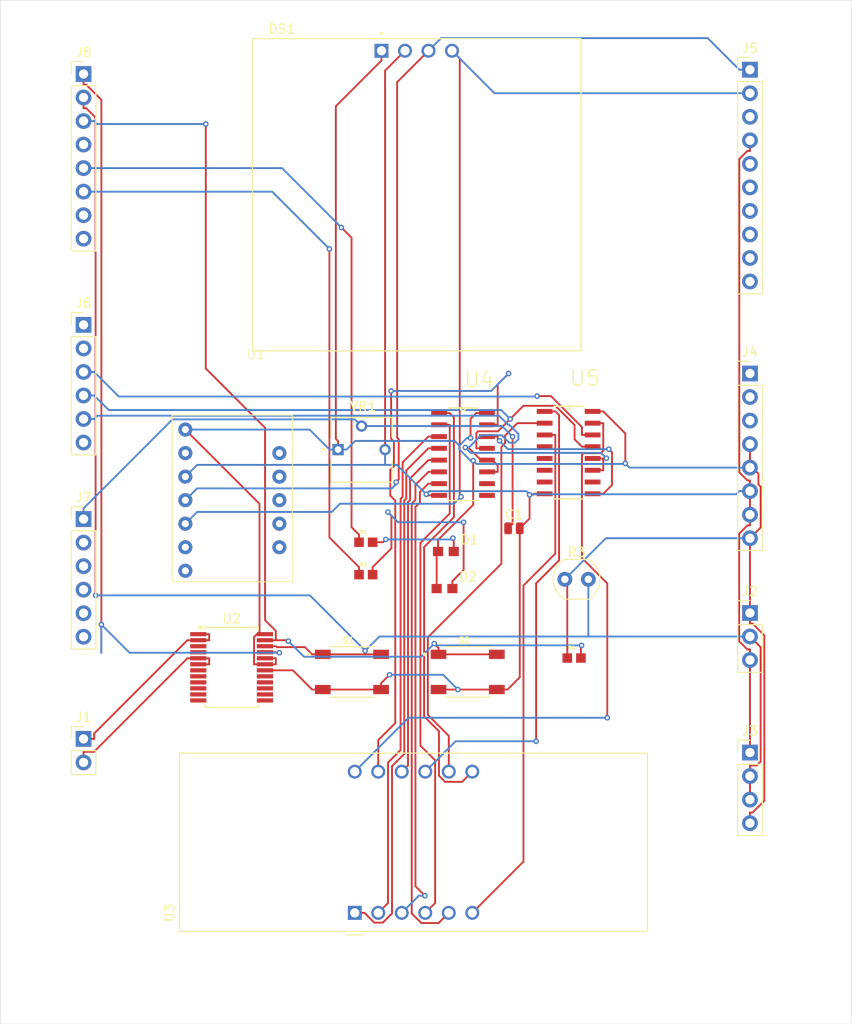
<source format=kicad_pcb>
(kicad_pcb (version 20241229) (generator "pcbnew") (generator_version "9.0")
  (layers (0 "F.Cu" signal) (2 "B.Cu" signal) (13 "F.Paste" user) (15 "B.Paste" user) (5 "F.SilkS" user "F.Silkscreen") (7 "B.SilkS" user "B.Silkscreen") (1 "F.Mask" user) (3 "B.Mask" user) (25 "Edge.Cuts" user))
  (net 0 "")
  (net 1 "PC0")
  (net 2 "GND")
  (net 3 "Net-(D1-Pad2)")
  (net 4 "3V3")
  (net 5 "Net-(D2-Pad2)")
  (net 6 "PC5")
  (net 7 "PC4")
  (net 8 "PD5")
  (net 9 "PD6")
  (net 10 "DCMOT1")
  (net 13 "DCMOT2")
  (net 15 "PD2")
  (net 21 "IOREF")
  (net 22 "Net-(U3-c)")
  (net 23 "Net-(U3-CC4)")
  (net 24 "Net-(U3-CC3)")
  (net 25 "Net-(U3-f)")
  (net 26 "Net-(U3-g)")
  (net 27 "Net-(U3-CC2)")
  (net 28 "Net-(U3-a)")
  (net 29 "Net-(U3-CC1)")
  (net 30 "Net-(U3-b)")
  (net 31 "Net-(U3-DPX)")
  (net 32 "Net-(U3-e)")
  (net 33 "Net-(U3-d)")
  (net 34 "PB5")
  (net 35 "PB4")
  (net 36 "Net-(U4-DS)")
  (net 41 "PB3")
  (net 46 "RESET")
  (net 64 "PD3")
  (net 66 "PD1")
  (footprint "LTST-C193TGKT-5A:0603" (layer "F.Cu") (at 129.15 83)
    (property "Reference" "D1")
    (property "Value" "LTST-C193TGKT-5A")
  )
  (footprint "74HC595D_118:SOIC127P600X175-16N" (layer "F.Cu") (at 131 72.5)
    (property "Reference" "U4")
    (property "Value" "74HC595D_118")
  )
  (footprint "Connector_PinHeader_2.54mm:PinHeader_1x03_P2.54mm_Vertical" (layer "F.Cu") (at 162 89.635)
    (property "Reference" "J2")
    (property "Value" "Conn_01x03_Pin")
  )
  (footprint "Connector_PinHeader_2.54mm:PinHeader_1x08_P2.54mm_Vertical" (layer "F.Cu") (at 162 63.785)
    (property "Reference" "J4")
    (property "Value" "Conn_01x08")
  )
  (footprint "RC0603JR-071KL:RESC1607X60N" (layer "F.Cu") (at 143 94.5)
    (property "Reference" "R4")
    (property "Value" "4.7k")
  )
  (footprint "OptoDevice:R_LDR_4.9x4.2mm_P2.54mm_Vertical" (layer "F.Cu") (at 142 86)
    (property "Reference" "R3")
    (property "Value" "4.7k")
  )
  (footprint "RC0603JR-071KL:RESC1607X60N" (layer "F.Cu") (at 120.5 85.5)
    (property "Reference" "R2")
    (property "Value" "RC0603JR-071KL")
  )
  (footprint "Connector_PinHeader_2.54mm:PinHeader_1x06_P2.54mm_Vertical" (layer "F.Cu") (at 90 79.5)
    (property "Reference" "J7")
    (property "Value" "Conn_01x06")
  )
  (footprint "LTST-C193TGKT-5A:0603" (layer "F.Cu") (at 129 87)
    (property "Reference" "D2")
    (property "Value" "LTST-C193TGKT-5A")
  )
  (footprint "Package_SO:SSOP-24_5.3x8.2mm_P0.65mm" (layer "F.Cu") (at 106 95.5)
    (property "Reference" "U2")
    (property "Value" "TB6612FNG")
  )
  (footprint "8-1437565-1:SW_8-1437565-1" (layer "F.Cu") (at 131.5 96)
    (property "Reference" "S2")
    (property "Value" "8-1437565-1")
  )
  (footprint "Connector_PinHeader_2.54mm:PinHeader_1x10_P2.54mm_Vertical" (layer "F.Cu") (at 162 31)
    (property "Reference" "J5")
    (property "Value" "Conn_01x10")
  )
  (footprint "Connector_PinHeader_2.54mm:PinHeader_1x06_P2.54mm_Vertical" (layer "F.Cu") (at 90 58.54)
    (property "Reference" "J6")
    (property "Value" "Conn_01x06")
  )
  (footprint "OLED_128X64_1.3_I2C:LCD_OLED_128X64_1.3_I2C" (layer "F.Cu") (at 126 44.5)
    (property "Reference" "DS1")
    (property "Value" "OLED_128X64_1.3_I2C")
  )
  (footprint "Capacitor_SMD:C_0504_1310Metric_Pad0.83x1.28mm_HandSolder" (layer "F.Cu") (at 136.5 80.5)
    (property "Reference" "C1")
    (property "Value" "1u")
  )
  (footprint "8-1437565-1:SW_8-1437565-1" (layer "F.Cu") (at 119 96)
    (property "Reference" "S1")
    (property "Value" "8-1437565-1")
  )
  (footprint "74HC595D_118:SOIC127P600X175-16N" (layer "F.Cu") (at 142.4092 72.325)
    (property "Reference" "U5")
    (property "Value" "74HC595D_118")
  )
  (footprint "Connector_PinHeader_2.54mm:PinHeader_1x08_P2.54mm_Vertical" (layer "F.Cu") (at 90 31.46)
    (property "Reference" "J8")
    (property "Value" "Conn_01x08")
  )
  (footprint "Connector_PinHeader_2.54mm:PinHeader_1x04_P2.54mm_Vertical" (layer "F.Cu") (at 162 104.7)
    (property "Reference" "J3")
    (property "Value" "Conn_01x04_Socket")
  )
  (footprint "RC0603JR-071KL:RESC1607X60N" (layer "F.Cu") (at 120.5 82)
    (property "Reference" "R1")
    (property "Value" "RC0603JR-071KL")
  )
  (footprint "Display_7Segment:CA56-12SRWA" (layer "F.Cu") (at 119.3 122 90)
    (property "Reference" "U3")
    (property "Value" "CC56-12SRWA")
  )
  (footprint "3362P_1_103LF:TRIM_3362P-1-103LF" (layer "F.Cu") (at 120.04 72)
    (property "Reference" "VR1")
    (property "Value" "10k")
  )
  (footprint "MODBMI160:MODBMI160" (layer "F.Cu") (at 108.62 62.22)
    (property "Reference" "U1")
    (property "Value" "~")
  )
  (footprint "Connector_PinHeader_2.54mm:PinHeader_1x02_P2.54mm_Vertical" (layer "F.Cu") (at 90 103.225)
    (property "Reference" "J1")
    (property "Value" "Conn_01x02_Pin")
  )
  (gr_line (start 81 23.5) (end 81 134) (stroke (width 0.05)) (layer "Edge.Cuts"))
  (gr_line (start 81 23.5) (end 173 23.5) (stroke (width 0.05)) (layer "Edge.Cuts"))
  (gr_line (start 173 23.5) (end 173 134) (stroke (width 0.05)) (layer "Edge.Cuts"))
  (gr_line (start 81 134) (end 173 134) (stroke (width 0.05)) (layer "Edge.Cuts"))
  (segment (start 135.8725 80.5) (end 136.3525 80.02) (width 0.2) (layer "F.Cu") (net 1))
  (segment (start 136.3525 80.02) (end 136.3525 70.6108) (width 0.2) (layer "F.Cu") (net 1))
  (via (at 136.3525 70.6108) (size 0.6) (drill 0.3) (layers "F.Cu" "B.Cu") (net 1))
  (segment (start 119.3215 68.7415) (end 120.04 69.46) (width 0.2) (layer "B.Cu") (net 1))
  (segment (start 136.3525 70.6108) (end 135.2017 69.46) (width 0.2) (layer "B.Cu") (net 1))
  (segment (start 90 79.5) (end 90 78.3483) (width 0.2) (layer "B.Cu") (net 1))
  (segment (start 135.2017 69.46) (end 120.04 69.46) (width 0.2) (layer "B.Cu") (net 1))
  (segment (start 90 78.3483) (end 99.6068 68.7415) (width 0.2) (layer "B.Cu") (net 1))
  (segment (start 99.6068 68.7415) (end 119.3215 68.7415) (width 0.2) (layer "B.Cu") (net 1))
  (segment (start 160.8483 74.4501) (end 161.7315 75.3333) (width 0.2) (layer "F.Cu") (net 2))
  (segment (start 162 79.025) (end 162 76.485) (width 0.2) (layer "F.Cu") (net 2))
  (segment (start 115.85 97.9) (end 114.6983 97.9) (width 0.2) (layer "F.Cu") (net 2))
  (segment (start 127.1485 76.945) (end 128.4092 76.945) (width 0.2) (layer "F.Cu") (net 2))
  (segment (start 137.1275 80.5) (end 138.1887 79.4388) (width 0.2) (layer "F.Cu") (net 2))
  (segment (start 161.7315 80.1767) (end 162 80.1767) (width 0.2) (layer "F.Cu") (net 2))
  (segment (start 128.35 97.9) (end 130.441 97.9) (width 0.2) (layer "F.Cu") (net 2))
  (segment (start 162 76.485) (end 162 75.3333) (width 0.2) (layer "F.Cu") (net 2))
  (segment (start 162 93.5633) (end 161.7121 93.5633) (width 0.2) (layer "F.Cu") (net 2))
  (segment (start 160.8375 81.0707) (end 161.7315 80.1767) (width 0.2) (layer "F.Cu") (net 2))
  (segment (start 127.0282 76.8247) (end 127.1485 76.945) (width 0.2) (layer "F.Cu") (net 2))
  (segment (start 162 104.7) (end 162 94.715) (width 0.2) (layer "F.Cu") (net 2))
  (segment (start 122.58 31.1) (end 122.58 72) (width 0.2) (layer "F.Cu") (net 2))
  (segment (start 162 94.715) (end 162 93.5633) (width 0.2) (layer "F.Cu") (net 2))
  (segment (start 123.0599 96.3026) (end 122.15 97.2125) (width 0.2) (layer "F.Cu") (net 2))
  (segment (start 137.1275 96.5742) (end 137.1275 80.5) (width 0.2) (layer "F.Cu") (net 2))
  (segment (start 115.85 97.9) (end 122.15 97.9) (width 0.2) (layer "F.Cu") (net 2))
  (segment (start 160.8375 92.6887) (end 160.8375 81.0707) (width 0.2) (layer "F.Cu") (net 2))
  (segment (start 134.65 97.9) (end 135.8017 97.9) (width 0.2) (layer "F.Cu") (net 2))
  (segment (start 162 79.025) (end 162 80.1767) (width 0.2) (layer "F.Cu") (net 2))
  (segment (start 138.1887 76.8786) (end 138.5572 76.8786) (width 0.2) (layer "F.Cu") (net 2))
  (segment (start 161.7121 93.5633) (end 160.8375 92.6887) (width 0.2) (layer "F.Cu") (net 2))
  (segment (start 124.73 28.95) (end 122.58 31.1) (width 0.2) (layer "F.Cu") (net 2))
  (segment (start 109.6 95.825) (end 112.6233 95.825) (width 0.2) (layer "F.Cu") (net 2))
  (segment (start 161.7315 75.3333) (end 162 75.3333) (width 0.2) (layer "F.Cu") (net 2))
  (segment (start 135.8017 97.9) (end 137.1275 96.5742) (width 0.2) (layer "F.Cu") (net 2))
  (segment (start 138.5572 76.8786) (end 138.6658 76.77) (width 0.2) (layer "F.Cu") (net 2))
  (segment (start 112.6233 95.825) (end 114.6983 97.9) (width 0.2) (layer "F.Cu") (net 2))
  (segment (start 162 39.7717) (end 161.712 39.7717) (width 0.2) (layer "F.Cu") (net 2))
  (segment (start 138.1887 79.4388) (end 138.1887 76.8786) (width 0.2) (layer "F.Cu") (net 2))
  (segment (start 161.712 39.7717) (end 160.8483 40.6354) (width 0.2) (layer "F.Cu") (net 2))
  (segment (start 134.65 97.9) (end 130.441 97.9) (width 0.2) (layer "F.Cu") (net 2))
  (segment (start 160.8483 40.6354) (end 160.8483 74.4501) (width 0.2) (layer "F.Cu") (net 2))
  (segment (start 139.8184 76.77) (end 138.6658 76.77) (width 0.2) (layer "F.Cu") (net 2))
  (segment (start 122.15 97.2125) (end 122.15 97.9) (width 0.2) (layer "F.Cu") (net 2))
  (segment (start 162 38.62) (end 162 39.7717) (width 0.2) (layer "F.Cu") (net 2))
  (via (at 127.0282 76.8247) (size 0.6) (drill 0.3) (layers "F.Cu" "B.Cu") (net 2))
  (via (at 138.1887 76.8786) (size 0.6) (drill 0.3) (layers "F.Cu" "B.Cu") (net 2))
  (via (at 130.441 97.9) (size 0.6) (drill 0.3) (layers "F.Cu" "B.Cu") (net 2))
  (via (at 123.0599 96.3026) (size 0.6) (drill 0.3) (layers "F.Cu" "B.Cu") (net 2))
  (segment (start 160.8483 76.485) (end 160.5086 76.8247) (width 0.2) (layer "B.Cu") (net 2))
  (segment (start 127.3653 76.4876) (end 127.0282 76.8247) (width 0.2) (layer "B.Cu") (net 2))
  (segment (start 123.0599 96.3026) (end 128.8436 96.3026) (width 0.2) (layer "B.Cu") (net 2))
  (segment (start 138.1887 76.8247) (end 138.1887 76.8786) (width 0.2) (layer "B.Cu") (net 2))
  (segment (start 102.27 73.65) (end 122.58 73.65) (width 0.2) (layer "B.Cu") (net 2))
  (segment (start 137.8516 76.4876) (end 127.3653 76.4876) (width 0.2) (layer "B.Cu") (net 2))
  (segment (start 160.5086 76.8247) (end 138.1887 76.8247) (width 0.2) (layer "B.Cu") (net 2))
  (segment (start 128.8436 96.3026) (end 130.441 97.9) (width 0.2) (layer "B.Cu") (net 2))
  (segment (start 101 74.92) (end 102.27 73.65) (width 0.2) (layer "B.Cu") (net 2))
  (segment (start 122.58 73.65) (end 122.58 72) (width 0.2) (layer "B.Cu") (net 2))
  (segment (start 122.58 73.65) (end 123.8535 73.65) (width 0.2) (layer "B.Cu") (net 2))
  (segment (start 162 76.485) (end 160.8483 76.485) (width 0.2) (layer "B.Cu") (net 2))
  (segment (start 123.8535 73.65) (end 127.0282 76.8247) (width 0.2) (layer "B.Cu") (net 2))
  (segment (start 138.1887 76.8247) (end 137.8516 76.4876) (width 0.2) (layer "B.Cu") (net 2))
  (segment (start 129.9072 81.5559) (end 130 81.6487) (width 0.2) (layer "F.Cu") (net 3))
  (segment (start 121.235 82) (end 122.3585 82) (width 0.2) (layer "F.Cu") (net 3))
  (segment (start 122.3585 82) (end 122.66 81.6985) (width 0.2) (layer "F.Cu") (net 3))
  (segment (start 130 81.6487) (end 130 83) (width 0.2) (layer "F.Cu") (net 3))
  (via (at 122.66 81.6985) (size 0.6) (drill 0.3) (layers "F.Cu" "B.Cu") (net 3))
  (via (at 129.9072 81.5559) (size 0.6) (drill 0.3) (layers "F.Cu" "B.Cu") (net 3))
  (segment (start 122.66 81.6985) (end 129.7646 81.6985) (width 0.2) (layer "B.Cu") (net 3))
  (segment (start 129.7646 81.6985) (end 129.9072 81.5559) (width 0.2) (layer "B.Cu") (net 3))
  (segment (start 132.1007 77.9551) (end 128.3 81.7558) (width 0.2) (layer "F.Cu") (net 4))
  (segment (start 162.288 90.7867) (end 162 90.7867) (width 0.2) (layer "F.Cu") (net 4))
  (segment (start 162 72.675) (end 162 73.686) (width 0.2) (layer "F.Cu") (net 4))
  (segment (start 162.2879 111.1683) (end 163.5534 109.9028) (width 0.2) (layer "F.Cu") (net 4))
  (segment (start 128.15 82.7491) (end 128.15 87) (width 0.2) (layer "F.Cu") (net 4))
  (segment (start 117.2578 70.8451) (end 117.5 71.0873) (width 0.2) (layer "F.Cu") (net 4))
  (segment (start 163.5534 92.0521) (end 162.288 90.7867) (width 0.2) (layer "F.Cu") (net 4))
  (segment (start 109.6 91.925) (end 109.0117 91.925) (width 0.2) (layer "F.Cu") (net 4))
  (segment (start 142.265 86.265) (end 142.265 93.6883) (width 0.2) (layer "F.Cu") (net 4))
  (segment (start 128.3 82.5991) (end 128.3 82.1983) (width 0.2) (layer "F.Cu") (net 4))
  (segment (start 162 112.32) (end 162 111.1683) (width 0.2) (layer "F.Cu") (net 4))
  (segment (start 110.1884 95.175) (end 109.6 95.175) (width 0.2) (layer "F.Cu") (net 4))
  (segment (start 131.8084 68.6848) (end 132.4382 68.055) (width 0.2) (layer "F.Cu") (net 4))
  (segment (start 110.1884 95.175) (end 110.7767 95.175) (width 0.2) (layer "F.Cu") (net 4))
  (segment (start 131.8084 70.7494) (end 131.8084 68.6848) (width 0.2) (layer "F.Cu") (net 4))
  (segment (start 117.5 72) (end 117.5 71.0873) (width 0.2) (layer "F.Cu") (net 4))
  (segment (start 162.9166 74.6026) (end 162.9166 75.7728) (width 0.2) (layer "F.Cu") (net 4))
  (segment (start 108.4233 92.225) (end 108.7233 91.925) (width 0.2) (layer "F.Cu") (net 4))
  (segment (start 110.7767 94.525) (end 110.7767 95.175) (width 0.2) (layer "F.Cu") (net 4))
  (segment (start 108.7233 91.925) (end 109.0117 91.925) (width 0.2) (layer "F.Cu") (net 4))
  (segment (start 128.3 82.5991) (end 128.15 82.7491) (width 0.2) (layer "F.Cu") (net 4))
  (segment (start 132.1007 73.1968) (end 132.1007 77.9551) (width 0.2) (layer "F.Cu") (net 4))
  (segment (start 128.3 83) (end 128.3 82.5991) (width 0.2) (layer "F.Cu") (net 4))
  (segment (start 162 89.635) (end 162 90.7867) (width 0.2) (layer "F.Cu") (net 4))
  (segment (start 163.1558 80.4092) (end 162 81.565) (width 0.2) (layer "F.Cu") (net 4))
  (segment (start 109.6 95.175) (end 108.4233 95.175) (width 0.2) (layer "F.Cu") (net 4))
  (segment (start 162 72.675) (end 162 71.405) (width 0.2) (layer "F.Cu") (net 4))
  (segment (start 108.4233 95.175) (end 108.4233 92.225) (width 0.2) (layer "F.Cu") (net 4))
  (segment (start 133.5908 68.055) (end 132.4382 68.055) (width 0.2) (layer "F.Cu") (net 4))
  (segment (start 148.5348 70.2622) (end 146.1526 67.88) (width 0.2) (layer "F.Cu") (net 4))
  (segment (start 128.3 81.7558) (end 128.3 82.1983) (width 0.2) (layer "F.Cu") (net 4))
  (segment (start 142 86) (end 142.265 86.265) (width 0.2) (layer "F.Cu") (net 4))
  (segment (start 162 111.1683) (end 162.2879 111.1683) (width 0.2) (layer "F.Cu") (net 4))
  (segment (start 162.9166 75.7728) (end 163.1558 76.012) (width 0.2) (layer "F.Cu") (net 4))
  (segment (start 109.0117 77.8517) (end 101 69.84) (width 0.2) (layer "F.Cu") (net 4))
  (segment (start 122.19 30.0057) (end 117.2578 34.9379) (width 0.2) (layer "F.Cu") (net 4))
  (segment (start 122.19 28.95) (end 122.19 30.0057) (width 0.2) (layer "F.Cu") (net 4))
  (segment (start 109.6 94.525) (end 110.7767 94.525) (width 0.2) (layer "F.Cu") (net 4))
  (segment (start 163.5534 109.9028) (end 163.5534 92.0521) (width 0.2) (layer "F.Cu") (net 4))
  (segment (start 148.5348 73.4939) (end 148.5348 70.2622) (width 0.2) (layer "F.Cu") (net 4))
  (segment (start 145 67.88) (end 146.1526 67.88) (width 0.2) (layer "F.Cu") (net 4))
  (segment (start 142.265 94.5) (end 142.265 93.6883) (width 0.2) (layer "F.Cu") (net 4))
  (segment (start 163.1558 76.012) (end 163.1558 80.4092) (width 0.2) (layer "F.Cu") (net 4))
  (segment (start 162 73.945) (end 162 72.675) (width 0.2) (layer "F.Cu") (net 4))
  (segment (start 109.0117 91.925) (end 109.0117 77.8517) (width 0.2) (layer "F.Cu") (net 4))
  (segment (start 162 73.686) (end 162.9166 74.6026) (width 0.2) (layer "F.Cu") (net 4))
  (segment (start 117.2578 34.9379) (end 117.2578 70.8451) (width 0.2) (layer "F.Cu") (net 4))
  (segment (start 162 81.565) (end 162 89.635) (width 0.2) (layer "F.Cu") (net 4))
  (via (at 131.8084 70.7494) (size 0.6) (drill 0.3) (layers "F.Cu" "B.Cu") (net 4))
  (via (at 148.5348 73.4939) (size 0.6) (drill 0.3) (layers "F.Cu" "B.Cu") (net 4))
  (via (at 132.1007 73.1968) (size 0.6) (drill 0.3) (layers "F.Cu" "B.Cu") (net 4))
  (segment (start 117.0437 72) (end 117.5 72) (width 0.2) (layer "B.Cu") (net 4))
  (segment (start 130.5987 71.9765) (end 130.5987 71.5619) (width 0.2) (layer "B.Cu") (net 4))
  (segment (start 130.5987 71.5619) (end 131.4112 70.7494) (width 0.2) (layer "B.Cu") (net 4))
  (segment (start 130.0991 71.0623) (end 130.5987 71.5619) (width 0.2) (layer "B.Cu") (net 4))
  (segment (start 131.4112 70.7494) (end 131.8084 70.7494) (width 0.2) (layer "B.Cu") (net 4))
  (segment (start 132.4536 73.5497) (end 148.479 73.5497) (width 0.2) (layer "B.Cu") (net 4))
  (segment (start 162 73.945) (end 148.9859 73.945) (width 0.2) (layer "B.Cu") (net 4))
  (segment (start 116.5873 72) (end 114.4273 69.84) (width 0.2) (layer "B.Cu") (net 4))
  (segment (start 146.435 81.565) (end 142 86) (width 0.2) (layer "B.Cu") (net 4))
  (segment (start 117.0437 72) (end 116.5873 72) (width 0.2) (layer "B.Cu") (net 4))
  (segment (start 117.5 72) (end 118.4127 72) (width 0.2) (layer "B.Cu") (net 4))
  (segment (start 162 81.565) (end 146.435 81.565) (width 0.2) (layer "B.Cu") (net 4))
  (segment (start 131.819 73.1968) (end 130.5987 71.9765) (width 0.2) (layer "B.Cu") (net 4))
  (segment (start 132.1007 73.1968) (end 131.819 73.1968) (width 0.2) (layer "B.Cu") (net 4))
  (segment (start 118.4127 72) (end 119.3504 71.0623) (width 0.2) (layer "B.Cu") (net 4))
  (segment (start 148.479 73.5497) (end 148.5348 73.4939) (width 0.2) (layer "B.Cu") (net 4))
  (segment (start 148.9859 73.945) (end 148.5348 73.4939) (width 0.2) (layer "B.Cu") (net 4))
  (segment (start 132.1007 73.1968) (end 132.4536 73.5497) (width 0.2) (layer "B.Cu") (net 4))
  (segment (start 114.4273 69.84) (end 101 69.84) (width 0.2) (layer "B.Cu") (net 4))
  (segment (start 119.3504 71.0623) (end 130.0991 71.0623) (width 0.2) (layer "B.Cu") (net 4))
  (segment (start 131.0611 84.9872) (end 131.0611 79.8455) (width 0.2) (layer "F.Cu") (net 5))
  (segment (start 121.235 85.5) (end 121.235 84.6883) (width 0.2) (layer "F.Cu") (net 5))
  (segment (start 129.85 87) (end 129.85 86.1983) (width 0.2) (layer "F.Cu") (net 5))
  (segment (start 123.2618 79.1273) (end 123.2618 82.6615) (width 0.2) (layer "F.Cu") (net 5))
  (segment (start 129.85 86.1983) (end 131.0611 84.9872) (width 0.2) (layer "F.Cu") (net 5))
  (segment (start 123.2618 82.6615) (end 121.235 84.6883) (width 0.2) (layer "F.Cu") (net 5))
  (segment (start 122.8843 78.7498) (end 123.2618 79.1273) (width 0.2) (layer "F.Cu") (net 5))
  (via (at 122.8843 78.7498) (size 0.6) (drill 0.3) (layers "F.Cu" "B.Cu") (net 5))
  (via (at 131.0611 79.8455) (size 0.6) (drill 0.3) (layers "F.Cu" "B.Cu") (net 5))
  (segment (start 123.98 79.8455) (end 122.8843 78.7498) (width 0.2) (layer "B.Cu") (net 5))
  (segment (start 131.0611 79.8455) (end 123.98 79.8455) (width 0.2) (layer "B.Cu") (net 5))
  (segment (start 124.0509 70.8871) (end 123.8846 70.7208) (width 0.2) (layer "F.Cu") (net 6))
  (segment (start 123.7737 75.5153) (end 124.0509 75.2381) (width 0.2) (layer "F.Cu") (net 6))
  (segment (start 123.7737 75.5153) (end 123.7721 75.5153) (width 0.2) (layer "F.Cu") (net 6))
  (segment (start 123.8846 32.3354) (end 127.27 28.95) (width 0.2) (layer "F.Cu") (net 6))
  (segment (start 123.8846 70.7208) (end 123.8846 32.3354) (width 0.2) (layer "F.Cu") (net 6))
  (segment (start 124.0509 70.8871) (end 123.8846 70.7208) (width 0.2) (layer "F.Cu") (net 6))
  (segment (start 124.0509 75.2381) (end 124.0509 70.8871) (width 0.2) (layer "F.Cu") (net 6))
  (via (at 123.7737 75.5153) (size 0.6) (drill 0.3) (layers "F.Cu" "B.Cu") (net 6))
  (segment (start 123.3112 76.19) (end 102.27 76.19) (width 0.2) (layer "B.Cu") (net 6))
  (segment (start 127.27 28.95) (end 128.6291 27.5909) (width 0.2) (layer "B.Cu") (net 6))
  (segment (start 102.27 76.19) (end 101 77.46) (width 0.2) (layer "B.Cu") (net 6))
  (segment (start 123.8846 75.6166) (end 123.3112 76.19) (width 0.2) (layer "B.Cu") (net 6))
  (segment (start 128.6291 27.5909) (end 157.4392 27.5909) (width 0.2) (layer "B.Cu") (net 6))
  (segment (start 123.7833 75.5153) (end 123.7721 75.5153) (width 0.2) (layer "B.Cu") (net 6))
  (segment (start 123.8846 75.6166) (end 123.7833 75.5153) (width 0.2) (layer "B.Cu") (net 6))
  (segment (start 162 31) (end 160.8483 31) (width 0.2) (layer "B.Cu") (net 6))
  (segment (start 157.4392 27.5909) (end 160.8483 31) (width 0.2) (layer "B.Cu") (net 6))
  (segment (start 123.7721 75.5153) (end 123.7737 75.5153) (width 0.2) (layer "B.Cu") (net 6))
  (segment (start 129.81 28.95) (end 130.6449 29.7849) (width 0.2) (layer "F.Cu") (net 7))
  (segment (start 130.6449 29.7849) (end 130.6449 76.9455) (width 0.2) (layer "F.Cu") (net 7))
  (segment (start 130.6449 76.9455) (end 130.7887 77.0893) (width 0.2) (layer "F.Cu") (net 7))
  (via (at 130.7887 77.0893) (size 0.6) (drill 0.3) (layers "F.Cu" "B.Cu") (net 7))
  (segment (start 129.81 28.95) (end 134.4 33.54) (width 0.2) (layer "B.Cu") (net 7))
  (segment (start 134.4 33.54) (end 162 33.54) (width 0.2) (layer "B.Cu") (net 7))
  (segment (start 117.7131 77.8426) (end 116.8257 78.73) (width 0.2) (layer "B.Cu") (net 7))
  (segment (start 130.7887 77.0893) (end 130.0354 77.8426) (width 0.2) (layer "B.Cu") (net 7))
  (segment (start 130.0354 77.8426) (end 117.7131 77.8426) (width 0.2) (layer "B.Cu") (net 7))
  (segment (start 102.27 78.73) (end 101 80) (width 0.2) (layer "B.Cu") (net 7))
  (segment (start 116.8257 78.73) (end 102.27 78.73) (width 0.2) (layer "B.Cu") (net 7))
  (segment (start 117.8595 48.0328) (end 118.9533 49.1266) (width 0.2) (layer "F.Cu") (net 8))
  (segment (start 118.9533 49.1266) (end 118.9533 80.3766) (width 0.2) (layer "F.Cu") (net 8))
  (segment (start 119.765 82) (end 119.765 81.1883) (width 0.2) (layer "F.Cu") (net 8))
  (segment (start 118.9533 80.3766) (end 119.765 81.1883) (width 0.2) (layer "F.Cu") (net 8))
  (via (at 117.8595 48.0328) (size 0.6) (drill 0.3) (layers "F.Cu" "B.Cu") (net 8))
  (segment (start 90 41.62) (end 111.4467 41.62) (width 0.2) (layer "B.Cu") (net 8))
  (segment (start 111.4467 41.62) (end 117.8595 48.0328) (width 0.2) (layer "B.Cu") (net 8))
  (segment (start 119.765 85.5) (end 119.765 84.6883) (width 0.2) (layer "F.Cu") (net 9))
  (segment (start 116.5643 81.4876) (end 116.5643 50.344) (width 0.2) (layer "F.Cu") (net 9))
  (segment (start 119.765 84.6883) (end 116.5643 81.4876) (width 0.2) (layer "F.Cu") (net 9))
  (via (at 116.5643 50.344) (size 0.6) (drill 0.3) (layers "F.Cu" "B.Cu") (net 9))
  (segment (start 90 44.16) (end 110.3803 44.16) (width 0.2) (layer "B.Cu") (net 9))
  (segment (start 110.3803 44.16) (end 116.5643 50.344) (width 0.2) (layer "B.Cu") (net 9))
  (segment (start 103.5767 92.575) (end 103.5767 91.925) (width 0.2) (layer "F.Cu") (net 10))
  (segment (start 102.4 92.575) (end 103.5767 92.575) (width 0.2) (layer "F.Cu") (net 10))
  (segment (start 91.1517 103.225) (end 91.1517 102.6466) (width 0.2) (layer "F.Cu") (net 10))
  (segment (start 90 103.225) (end 91.1517 103.225) (width 0.2) (layer "F.Cu") (net 10))
  (segment (start 102.4 92.575) (end 101.2233 92.575) (width 0.2) (layer "F.Cu") (net 10))
  (segment (start 91.1517 102.6466) (end 101.2233 92.575) (width 0.2) (layer "F.Cu") (net 10))
  (segment (start 102.4 91.925) (end 103.5767 91.925) (width 0.2) (layer "F.Cu") (net 10))
  (segment (start 90 105.765) (end 90 104.6133) (width 0.2) (layer "F.Cu") (net 13))
  (segment (start 103.5767 94.525) (end 103.5767 95.175) (width 0.2) (layer "F.Cu") (net 13))
  (segment (start 101.2233 94.525) (end 91.135 104.6133) (width 0.2) (layer "F.Cu") (net 13))
  (segment (start 102.4 94.525) (end 101.2233 94.525) (width 0.2) (layer "F.Cu") (net 13))
  (segment (start 102.4 95.175) (end 103.5767 95.175) (width 0.2) (layer "F.Cu") (net 13))
  (segment (start 102.4 94.525) (end 103.5767 94.525) (width 0.2) (layer "F.Cu") (net 13))
  (segment (start 91.135 104.6133) (end 90 104.6133) (width 0.2) (layer "F.Cu") (net 13))
  (segment (start 162.7384 106.0883) (end 162 106.0883) (width 0.2) (layer "F.Cu") (net 15))
  (segment (start 162 107.24) (end 162 106.0883) (width 0.2) (layer "F.Cu") (net 15))
  (segment (start 163.1517 105.675) (end 162.7384 106.0883) (width 0.2) (layer "F.Cu") (net 15))
  (segment (start 163.1517 93.3267) (end 163.1517 105.675) (width 0.2) (layer "F.Cu") (net 15))
  (segment (start 120.4323 94.1) (end 115.85 94.1) (width 0.2) (layer "F.Cu") (net 15))
  (segment (start 109.6 93.225) (end 110.7767 93.225) (width 0.2) (layer "F.Cu") (net 15))
  (segment (start 114.6983 94.1) (end 113.9215 93.3232) (width 0.2) (layer "F.Cu") (net 15))
  (segment (start 115.85 94.1) (end 114.6983 94.1) (width 0.2) (layer "F.Cu") (net 15))
  (segment (start 162 92.175) (end 163.1517 93.3267) (width 0.2) (layer "F.Cu") (net 15))
  (segment (start 122.15 94.1) (end 120.4323 94.1) (width 0.2) (layer "F.Cu") (net 15))
  (segment (start 90.288 35.1517) (end 91.3016 36.1653) (width 0.2) (layer "F.Cu") (net 15))
  (segment (start 120.4323 93.7093) (end 120.4323 94.1) (width 0.2) (layer "F.Cu") (net 15))
  (segment (start 90 34) (end 90 35.1517) (width 0.2) (layer "F.Cu") (net 15))
  (segment (start 91.3016 36.1653) (end 91.3016 87.7351) (width 0.2) (layer "F.Cu") (net 15))
  (segment (start 90 35.1517) (end 90.288 35.1517) (width 0.2) (layer "F.Cu") (net 15))
  (segment (start 162 109.78) (end 162 107.24) (width 0.2) (layer "F.Cu") (net 15))
  (segment (start 113.9215 93.3232) (end 110.8749 93.3232) (width 0.2) (layer "F.Cu") (net 15))
  (segment (start 110.8749 93.3232) (end 110.7767 93.225) (width 0.2) (layer "F.Cu") (net 15))
  (via (at 120.4323 93.7093) (size 0.6) (drill 0.3) (layers "F.Cu" "B.Cu") (net 15))
  (via (at 91.3016 87.7351) (size 0.6) (drill 0.3) (layers "F.Cu" "B.Cu") (net 15))
  (segment (start 144.54 92.175) (end 121.9666 92.175) (width 0.2) (layer "B.Cu") (net 15))
  (segment (start 162 92.175) (end 144.54 92.175) (width 0.2) (layer "B.Cu") (net 15))
  (segment (start 144.54 92.175) (end 144.54 86) (width 0.2) (layer "B.Cu") (net 15))
  (segment (start 121.9666 92.175) (end 120.4323 93.7093) (width 0.2) (layer "B.Cu") (net 15))
  (segment (start 91.3016 87.7351) (end 114.4581 87.7351) (width 0.2) (layer "B.Cu") (net 15))
  (segment (start 114.4581 87.7351) (end 120.4323 93.7093) (width 0.2) (layer "B.Cu") (net 15))
  (segment (start 129.5618 69.325) (end 129.5618 78.9005) (width 0.2) (layer "F.Cu") (net 22))
  (segment (start 126.3949 82.0674) (end 126.3949 103.9497) (width 0.2) (layer "F.Cu") (net 22))
  (segment (start 128.4092 69.325) (end 129.5618 69.325) (width 0.2) (layer "F.Cu") (net 22))
  (segment (start 129.5618 78.9005) (end 126.3949 82.0674) (width 0.2) (layer "F.Cu") (net 22))
  (segment (start 127.9885 120.9315) (end 126.92 122) (width 0.2) (layer "F.Cu") (net 22))
  (segment (start 127.9885 105.5433) (end 127.9885 120.9315) (width 0.2) (layer "F.Cu") (net 22))
  (segment (start 126.3949 103.9497) (end 127.9885 105.5433) (width 0.2) (layer "F.Cu") (net 22))
  (segment (start 140.971 83.2261) (end 140.971 70.42) (width 0.2) (layer "F.Cu") (net 23))
  (segment (start 132 122) (end 137.5292 116.4708) (width 0.2) (layer "F.Cu") (net 23))
  (segment (start 137.5292 116.4708) (end 137.5292 86.6679) (width 0.2) (layer "F.Cu") (net 23))
  (segment (start 139.8184 70.42) (end 140.971 70.42) (width 0.2) (layer "F.Cu") (net 23))
  (segment (start 137.5292 86.6679) (end 140.971 83.2261) (width 0.2) (layer "F.Cu") (net 23))
  (segment (start 129.46 102.8952) (end 127.1983 100.6335) (width 0.2) (layer "F.Cu") (net 24))
  (segment (start 127.1983 92.2621) (end 135.1451 84.3153) (width 0.2) (layer "F.Cu") (net 24))
  (segment (start 135.546 71.3039) (end 135.546 70.4798) (width 0.2) (layer "F.Cu") (net 24))
  (segment (start 127.1983 100.6335) (end 127.1983 92.2621) (width 0.2) (layer "F.Cu") (net 24))
  (segment (start 129.46 106.76) (end 129.46 102.8952) (width 0.2) (layer "F.Cu") (net 24))
  (segment (start 135.1451 84.3153) (end 135.1451 71.7048) (width 0.2) (layer "F.Cu") (net 24))
  (segment (start 136.8758 69.15) (end 139.8184 69.15) (width 0.2) (layer "F.Cu") (net 24))
  (segment (start 135.1451 71.7048) (end 135.546 71.3039) (width 0.2) (layer "F.Cu") (net 24))
  (segment (start 135.546 70.4798) (end 136.8758 69.15) (width 0.2) (layer "F.Cu") (net 24))
  (segment (start 125.0556 106.0844) (end 124.38 106.76) (width 0.2) (layer "F.Cu") (net 25))
  (segment (start 125.0556 77.6595) (end 125.0556 106.0844) (width 0.2) (layer "F.Cu") (net 25))
  (segment (start 128.4092 73.135) (end 127.2566 73.135) (width 0.2) (layer "F.Cu") (net 25))
  (segment (start 125.276 77.4391) (end 125.0556 77.6595) (width 0.2) (layer "F.Cu") (net 25))
  (segment (start 127.2566 73.135) (end 125.276 75.1156) (width 0.2) (layer "F.Cu") (net 25))
  (segment (start 125.276 75.1156) (end 125.276 77.4391) (width 0.2) (layer "F.Cu") (net 25))
  (segment (start 125.8575 77.4256) (end 125.4573 77.8258) (width 0.2) (layer "F.Cu") (net 26))
  (segment (start 125.8575 75.8041) (end 125.8575 77.4256) (width 0.2) (layer "F.Cu") (net 26))
  (segment (start 125.4573 122.0653) (end 126.4912 123.0992) (width 0.2) (layer "F.Cu") (net 26))
  (segment (start 126.4912 123.0992) (end 128.3608 123.0992) (width 0.2) (layer "F.Cu") (net 26))
  (segment (start 125.4573 77.8258) (end 125.4573 122.0653) (width 0.2) (layer "F.Cu") (net 26))
  (segment (start 128.3608 123.0992) (end 129.46 122) (width 0.2) (layer "F.Cu") (net 26))
  (segment (start 128.4092 74.405) (end 127.2566 74.405) (width 0.2) (layer "F.Cu") (net 26))
  (segment (start 127.2566 74.405) (end 125.8575 75.8041) (width 0.2) (layer "F.Cu") (net 26))
  (segment (start 141.3766 68.2856) (end 141.3766 83.9544) (width 0.2) (layer "F.Cu") (net 27))
  (segment (start 141.3766 83.9544) (end 138.8969 86.4341) (width 0.2) (layer "F.Cu") (net 27))
  (segment (start 138.8969 86.4341) (end 138.8969 103.483) (width 0.2) (layer "F.Cu") (net 27))
  (segment (start 139.8184 67.88) (end 140.971 67.88) (width 0.2) (layer "F.Cu") (net 27))
  (segment (start 140.971 67.88) (end 141.3766 68.2856) (width 0.2) (layer "F.Cu") (net 27))
  (via (at 138.8969 103.483) (size 0.6) (drill 0.3) (layers "F.Cu" "B.Cu") (net 27))
  (segment (start 130.197 103.483) (end 126.92 106.76) (width 0.2) (layer "B.Cu") (net 27))
  (segment (start 138.8969 103.483) (end 130.197 103.483) (width 0.2) (layer "B.Cu") (net 27))
  (segment (start 123.681 101.5191) (end 123.681 77.5042) (width 0.2) (layer "F.Cu") (net 28))
  (segment (start 121.84 103.3601) (end 123.681 101.5191) (width 0.2) (layer "F.Cu") (net 28))
  (segment (start 121.84 106.76) (end 121.84 103.3601) (width 0.2) (layer "F.Cu") (net 28))
  (segment (start 134.7434 64.9696) (end 134.7434 69.325) (width 0.2) (layer "F.Cu") (net 28))
  (segment (start 123.1411 76.9643) (end 123.1411 74.1817) (width 0.2) (layer "F.Cu") (net 28))
  (segment (start 135.9227 63.7903) (end 134.7434 64.9696) (width 0.2) (layer "F.Cu") (net 28))
  (segment (start 123.5344 73.7884) (end 123.5344 71.1388) (width 0.2) (layer "F.Cu") (net 28))
  (segment (start 133.5908 69.325) (end 134.7434 69.325) (width 0.2) (layer "F.Cu") (net 28))
  (segment (start 123.681 77.5042) (end 123.1411 76.9643) (width 0.2) (layer "F.Cu") (net 28))
  (segment (start 123.1411 74.1817) (end 123.5344 73.7884) (width 0.2) (layer "F.Cu") (net 28))
  (segment (start 123.2323 70.8367) (end 123.2323 65.6731) (width 0.2) (layer "F.Cu") (net 28))
  (segment (start 123.5344 71.1388) (end 123.2323 70.8367) (width 0.2) (layer "F.Cu") (net 28))
  (via (at 123.2323 65.6731) (size 0.6) (drill 0.3) (layers "F.Cu" "B.Cu") (net 28))
  (via (at 135.9227 63.7903) (size 0.6) (drill 0.3) (layers "F.Cu" "B.Cu") (net 28))
  (segment (start 134.0399 65.6731) (end 135.9227 63.7903) (width 0.2) (layer "B.Cu") (net 28))
  (segment (start 123.2323 65.6731) (end 134.0399 65.6731) (width 0.2) (layer "B.Cu") (net 28))
  (segment (start 145.8861 72.3916) (end 146.1526 72.1251) (width 0.2) (layer "F.Cu") (net 29))
  (segment (start 146.5878 100.9425) (end 146.5878 86.4459) (width 0.2) (layer "F.Cu") (net 29))
  (segment (start 143.8474 72.5541) (end 144.0099 72.3916) (width 0.2) (layer "F.Cu") (net 29))
  (segment (start 146.1526 72.1251) (end 146.1526 69.15) (width 0.2) (layer "F.Cu") (net 29))
  (segment (start 143.8474 83.7055) (end 143.8474 72.5541) (width 0.2) (layer "F.Cu") (net 29))
  (segment (start 145 69.15) (end 146.1526 69.15) (width 0.2) (layer "F.Cu") (net 29))
  (segment (start 144.0099 72.3916) (end 145.8861 72.3916) (width 0.2) (layer "F.Cu") (net 29))
  (segment (start 146.5878 86.4459) (end 143.8474 83.7055) (width 0.2) (layer "F.Cu") (net 29))
  (via (at 146.5878 100.9425) (size 0.6) (drill 0.3) (layers "F.Cu" "B.Cu") (net 29))
  (segment (start 119.3 106.76) (end 125.1175 100.9425) (width 0.2) (layer "B.Cu") (net 29))
  (segment (start 125.1175 100.9425) (end 146.5878 100.9425) (width 0.2) (layer "B.Cu") (net 29))
  (segment (start 128.4092 68.055) (end 129.5618 68.055) (width 0.2) (layer "F.Cu") (net 30))
  (segment (start 132 106.76) (end 130.9006 107.8594) (width 0.2) (layer "F.Cu") (net 30))
  (segment (start 129.061 107.8594) (end 128.4 107.1984) (width 0.2) (layer "F.Cu") (net 30))
  (segment (start 126.7966 82.5165) (end 130.0159 79.2972) (width 0.2) (layer "F.Cu") (net 30))
  (segment (start 130.9006 107.8594) (end 129.061 107.8594) (width 0.2) (layer "F.Cu") (net 30))
  (segment (start 128.4 102.4033) (end 126.7966 100.7999) (width 0.2) (layer "F.Cu") (net 30))
  (segment (start 126.7966 100.7999) (end 126.7966 82.5165) (width 0.2) (layer "F.Cu") (net 30))
  (segment (start 130.0159 79.2972) (end 130.0159 68.5091) (width 0.2) (layer "F.Cu") (net 30))
  (segment (start 128.4 107.1984) (end 128.4 102.4033) (width 0.2) (layer "F.Cu") (net 30))
  (segment (start 130.0159 68.5091) (end 129.5618 68.055) (width 0.2) (layer "F.Cu") (net 30))
  (segment (start 125.859 78.1923) (end 126.3454 77.7059) (width 0.2) (layer "F.Cu") (net 31))
  (segment (start 126.3454 76.5862) (end 127.2566 75.675) (width 0.2) (layer "F.Cu") (net 31))
  (segment (start 126.8788 120.1503) (end 125.859 119.1305) (width 0.2) (layer "F.Cu") (net 31))
  (segment (start 126.3454 77.7059) (end 126.3454 76.5862) (width 0.2) (layer "F.Cu") (net 31))
  (segment (start 128.4092 75.675) (end 127.2566 75.675) (width 0.2) (layer "F.Cu") (net 31))
  (segment (start 125.859 119.1305) (end 125.859 78.1923) (width 0.2) (layer "F.Cu") (net 31))
  (via (at 126.8788 120.1503) (size 0.6) (drill 0.3) (layers "F.Cu" "B.Cu") (net 31))
  (segment (start 126.2297 120.1503) (end 126.8788 120.1503) (width 0.2) (layer "B.Cu") (net 31))
  (segment (start 124.38 122) (end 126.2297 120.1503) (width 0.2) (layer "B.Cu") (net 31))
  (segment (start 123.3283 122.0604) (end 122.3363 123.0524) (width 0.2) (layer "F.Cu") (net 32))
  (segment (start 124.8728 77.2743) (end 124.6539 77.4932) (width 0.2) (layer "F.Cu") (net 32))
  (segment (start 119.3 122) (end 120.3517 122) (width 0.2) (layer "F.Cu") (net 32))
  (segment (start 124.6539 104.843) (end 123.3283 106.1686) (width 0.2) (layer "F.Cu") (net 32))
  (segment (start 128.4092 71.865) (end 127.2566 71.865) (width 0.2) (layer "F.Cu") (net 32))
  (segment (start 122.3363 123.0524) (end 121.4041 123.0524) (width 0.2) (layer "F.Cu") (net 32))
  (segment (start 127.2566 71.865) (end 124.8728 74.2488) (width 0.2) (layer "F.Cu") (net 32))
  (segment (start 121.4041 123.0524) (end 120.3517 122) (width 0.2) (layer "F.Cu") (net 32))
  (segment (start 124.6539 77.4932) (end 124.6539 104.843) (width 0.2) (layer "F.Cu") (net 32))
  (segment (start 124.8728 74.2488) (end 124.8728 77.2743) (width 0.2) (layer "F.Cu") (net 32))
  (segment (start 123.3283 106.1686) (end 123.3283 122.0604) (width 0.2) (layer "F.Cu") (net 32))
  (segment (start 124.2522 104.4305) (end 122.8972 105.7855) (width 0.2) (layer "F.Cu") (net 33))
  (segment (start 122.8972 120.9428) (end 121.84 122) (width 0.2) (layer "F.Cu") (net 33))
  (segment (start 127.2566 70.595) (end 124.4711 73.3805) (width 0.2) (layer "F.Cu") (net 33))
  (segment (start 122.8972 105.7855) (end 122.8972 120.9428) (width 0.2) (layer "F.Cu") (net 33))
  (segment (start 124.2522 77.3269) (end 124.2522 104.4305) (width 0.2) (layer "F.Cu") (net 33))
  (segment (start 124.4711 77.108) (end 124.2522 77.3269) (width 0.2) (layer "F.Cu") (net 33))
  (segment (start 128.4092 70.595) (end 127.2566 70.595) (width 0.2) (layer "F.Cu") (net 33))
  (segment (start 124.4711 73.3805) (end 124.4711 77.108) (width 0.2) (layer "F.Cu") (net 33))
  (segment (start 146.1526 72.96) (end 146.1526 74.23) (width 0.2) (layer "F.Cu") (net 34))
  (segment (start 145 72.96) (end 146.1526 72.96) (width 0.2) (layer "F.Cu") (net 34))
  (segment (start 134.7434 73.7113) (end 134.7434 74.405) (width 0.2) (layer "F.Cu") (net 34))
  (segment (start 133.5908 73.135) (end 132.9406 73.135) (width 0.2) (layer "F.Cu") (net 34))
  (segment (start 133.5908 74.405) (end 134.7434 74.405) (width 0.2) (layer "F.Cu") (net 34))
  (segment (start 146.4936 72.9359) (end 146.1767 72.9359) (width 0.2) (layer "F.Cu") (net 34))
  (segment (start 132.9406 73.135) (end 131.5771 71.7715) (width 0.2) (layer "F.Cu") (net 34))
  (segment (start 146.1767 72.9359) (end 146.1526 72.96) (width 0.2) (layer "F.Cu") (net 34))
  (segment (start 145 74.23) (end 146.1526 74.23) (width 0.2) (layer "F.Cu") (net 34))
  (segment (start 133.879 73.135) (end 133.5908 73.135) (width 0.2) (layer "F.Cu") (net 34))
  (segment (start 134.1671 73.135) (end 134.7434 73.7113) (width 0.2) (layer "F.Cu") (net 34))
  (segment (start 131.5771 71.7715) (end 131.2466 71.7715) (width 0.2) (layer "F.Cu") (net 34))
  (segment (start 133.879 73.135) (end 134.1671 73.135) (width 0.2) (layer "F.Cu") (net 34))
  (via (at 131.2466 71.7715) (size 0.6) (drill 0.3) (layers "F.Cu" "B.Cu") (net 34))
  (via (at 146.4936 72.9359) (size 0.6) (drill 0.3) (layers "F.Cu" "B.Cu") (net 34))
  (segment (start 131.2466 71.7715) (end 131.8298 72.3547) (width 0.2) (layer "B.Cu") (net 34))
  (segment (start 136.6201 71.2613) (end 136.9862 70.8952) (width 0.2) (layer "B.Cu") (net 34))
  (segment (start 90 68.7) (end 91.1517 68.7) (width 0.2) (layer "B.Cu") (net 34))
  (segment (start 136.0018 71.2613) (end 136.6201 71.2613) (width 0.2) (layer "B.Cu") (net 34))
  (segment (start 91.5119 68.3398) (end 91.1517 68.7) (width 0.2) (layer "B.Cu") (net 34))
  (segment (start 135.9731 69.303) (end 135.8457 69.303) (width 0.2) (layer "B.Cu") (net 34))
  (segment (start 135.1935 70.453) (end 136.0018 71.2613) (width 0.2) (layer "B.Cu") (net 34))
  (segment (start 135.8457 69.303) (end 134.8825 68.3398) (width 0.2) (layer "B.Cu") (net 34))
  (segment (start 131.6372 71.7715) (end 132.9557 70.453) (width 0.2) (layer "B.Cu") (net 34))
  (segment (start 132.9557 70.453) (end 135.1935 70.453) (width 0.2) (layer "B.Cu") (net 34))
  (segment (start 145.9124 72.3547) (end 146.4936 72.9359) (width 0.2) (layer "B.Cu") (net 34))
  (segment (start 136.9862 70.8952) (end 136.9862 70.3161) (width 0.2) (layer "B.Cu") (net 34))
  (segment (start 134.8825 68.3398) (end 91.5119 68.3398) (width 0.2) (layer "B.Cu") (net 34))
  (segment (start 131.2466 71.7715) (end 131.6372 71.7715) (width 0.2) (layer "B.Cu") (net 34))
  (segment (start 131.8298 72.3547) (end 145.9124 72.3547) (width 0.2) (layer "B.Cu") (net 34))
  (segment (start 136.9862 70.3161) (end 135.9731 69.303) (width 0.2) (layer "B.Cu") (net 34))
  (segment (start 137.5223 67.2738) (end 140.978 67.2738) (width 0.2) (layer "F.Cu") (net 35))
  (segment (start 134.7695 70.0266) (end 136.0948 68.7013) (width 0.2) (layer "F.Cu") (net 35))
  (segment (start 140.978 67.2738) (end 143.0539 69.3497) (width 0.2) (layer "F.Cu") (net 35))
  (segment (start 136.0948 68.7013) (end 137.5223 67.2738) (width 0.2) (layer "F.Cu") (net 35))
  (segment (start 143.0539 69.3497) (end 143.0539 70.8965) (width 0.2) (layer "F.Cu") (net 35))
  (segment (start 132.4382 70.2033) (end 132.6149 70.0266) (width 0.2) (layer "F.Cu") (net 35))
  (segment (start 132.6149 70.0266) (end 134.7695 70.0266) (width 0.2) (layer "F.Cu") (net 35))
  (segment (start 132.4382 71.865) (end 132.4382 70.2033) (width 0.2) (layer "F.Cu") (net 35))
  (segment (start 143.0539 70.8965) (end 143.8474 71.69) (width 0.2) (layer "F.Cu") (net 35))
  (segment (start 145 71.69) (end 143.8474 71.69) (width 0.2) (layer "F.Cu") (net 35))
  (segment (start 133.5908 71.865) (end 132.4382 71.865) (width 0.2) (layer "F.Cu") (net 35))
  (via (at 136.0948 68.7013) (size 0.6) (drill 0.3) (layers "F.Cu" "B.Cu") (net 35))
  (segment (start 92.7227 67.731) (end 135.1245 67.731) (width 0.2) (layer "B.Cu") (net 35))
  (segment (start 90 66.16) (end 91.1517 66.16) (width 0.2) (layer "B.Cu") (net 35))
  (segment (start 135.1245 67.731) (end 136.0948 68.7013) (width 0.2) (layer "B.Cu") (net 35))
  (segment (start 91.1517 66.16) (end 92.7227 67.731) (width 0.2) (layer "B.Cu") (net 35))
  (segment (start 147.0953 75.8273) (end 147.0953 72.2951) (width 0.2) (layer "F.Cu") (net 36))
  (segment (start 145 76.77) (end 146.1526 76.77) (width 0.2) (layer "F.Cu") (net 36))
  (segment (start 134.7434 70.8538) (end 134.7434 70.595) (width 0.2) (layer "F.Cu") (net 36))
  (segment (start 147.0953 72.2951) (end 146.7547 71.9545) (width 0.2) (layer "F.Cu") (net 36))
  (segment (start 134.9443 71.0547) (end 134.7434 70.8538) (width 0.2) (layer "F.Cu") (net 36))
  (segment (start 146.1526 76.77) (end 147.0953 75.8273) (width 0.2) (layer "F.Cu") (net 36))
  (segment (start 133.5908 70.595) (end 134.7434 70.595) (width 0.2) (layer "F.Cu") (net 36))
  (via (at 134.9443 71.0547) (size 0.6) (drill 0.3) (layers "F.Cu" "B.Cu") (net 36))
  (via (at 146.7547 71.9545) (size 0.6) (drill 0.3) (layers "F.Cu" "B.Cu") (net 36))
  (segment (start 135.8426 71.953) (end 134.9443 71.0547) (width 0.2) (layer "B.Cu") (net 36))
  (segment (start 146.7532 71.953) (end 135.8426 71.953) (width 0.2) (layer "B.Cu") (net 36))
  (segment (start 146.7547 71.9545) (end 146.7532 71.953) (width 0.2) (layer "B.Cu") (net 36))
  (segment (start 143.8474 70.42) (end 143.8474 69.5752) (width 0.2) (layer "F.Cu") (net 41))
  (segment (start 140.5022 66.23) (end 139.0032 66.23) (width 0.2) (layer "F.Cu") (net 41))
  (segment (start 145 70.42) (end 143.8474 70.42) (width 0.2) (layer "F.Cu") (net 41))
  (segment (start 143.8474 69.5752) (end 140.5022 66.23) (width 0.2) (layer "F.Cu") (net 41))
  (via (at 139.0032 66.23) (size 0.6) (drill 0.3) (layers "F.Cu" "B.Cu") (net 41))
  (segment (start 90 63.62) (end 91.1517 63.62) (width 0.2) (layer "B.Cu") (net 41))
  (segment (start 138.9584 66.2748) (end 93.8065 66.2748) (width 0.2) (layer "B.Cu") (net 41))
  (segment (start 139.0032 66.23) (end 138.9584 66.2748) (width 0.2) (layer "B.Cu") (net 41))
  (segment (start 93.8065 66.2748) (end 91.1517 63.62) (width 0.2) (layer "B.Cu") (net 41))
  (segment (start 110.7767 92.575) (end 112.0349 92.575) (width 0.2) (layer "F.Cu") (net 64))
  (segment (start 109.6 92.575) (end 110.7767 92.575) (width 0.2) (layer "F.Cu") (net 64))
  (segment (start 128.35 94.1) (end 134.65 94.1) (width 0.2) (layer "F.Cu") (net 64))
  (segment (start 103.2065 36.8632) (end 103.2065 63.245) (width 0.2) (layer "F.Cu") (net 64))
  (segment (start 110.7767 91.575) (end 110.7767 92.575) (width 0.2) (layer "F.Cu") (net 64))
  (segment (start 143.735 93.2041) (end 143.735 94.5) (width 0.2) (layer "F.Cu") (net 64))
  (segment (start 128.35 93.3947) (end 128.35 94.1) (width 0.2) (layer "F.Cu") (net 64))
  (segment (start 109.6133 69.6518) (end 109.6133 90.4116) (width 0.2) (layer "F.Cu") (net 64))
  (segment (start 143.8066 93.1325) (end 143.735 93.2041) (width 0.2) (layer "F.Cu") (net 64))
  (segment (start 103.2065 63.245) (end 109.6133 69.6518) (width 0.2) (layer "F.Cu") (net 64))
  (segment (start 109.6133 90.4116) (end 110.7767 91.575) (width 0.2) (layer "F.Cu") (net 64))
  (segment (start 127.8928 92.9375) (end 128.35 93.3947) (width 0.2) (layer "F.Cu") (net 64))
  (segment (start 112.0349 92.575) (end 112.1291 92.6692) (width 0.2) (layer "F.Cu") (net 64))
  (via (at 103.2065 36.8632) (size 0.6) (drill 0.3) (layers "F.Cu" "B.Cu") (net 64))
  (via (at 143.8066 93.1325) (size 0.6) (drill 0.3) (layers "F.Cu" "B.Cu") (net 64))
  (via (at 112.1291 92.6692) (size 0.6) (drill 0.3) (layers "F.Cu" "B.Cu") (net 64))
  (via (at 127.8928 92.9375) (size 0.6) (drill 0.3) (layers "F.Cu" "B.Cu") (net 64))
  (segment (start 90 36.54) (end 91.1517 36.54) (width 0.2) (layer "B.Cu") (net 64))
  (segment (start 143.8066 93.1325) (end 128.0878 93.1325) (width 0.2) (layer "B.Cu") (net 64))
  (segment (start 91.1517 36.54) (end 91.4749 36.8632) (width 0.2) (layer "B.Cu") (net 64))
  (segment (start 112.1291 92.6692) (end 113.8141 94.3542) (width 0.2) (layer "B.Cu") (net 64))
  (segment (start 113.8141 94.3542) (end 126.4761 94.3542) (width 0.2) (layer "B.Cu") (net 64))
  (segment (start 91.4749 36.8632) (end 103.2065 36.8632) (width 0.2) (layer "B.Cu") (net 64))
  (segment (start 128.0878 93.1325) (end 127.8928 92.9375) (width 0.2) (layer "B.Cu") (net 64))
  (segment (start 126.4761 94.3542) (end 127.8928 92.9375) (width 0.2) (layer "B.Cu") (net 64))
  (segment (start 91.9291 93.9249) (end 91.9291 90.8879) (width 0.2) (layer "F.Cu") (net 66))
  (segment (start 110.8266 93.9249) (end 110.7767 93.875) (width 0.2) (layer "F.Cu") (net 66))
  (segment (start 91.9291 90.8879) (end 91.9291 93.9249) (width 0.2) (layer "F.Cu") (net 66))
  (segment (start 90.2879 32.6117) (end 91.9291 34.2529) (width 0.2) (layer "F.Cu") (net 66))
  (segment (start 111.1518 93.9249) (end 110.8266 93.9249) (width 0.2) (layer "F.Cu") (net 66))
  (segment (start 90 32.6117) (end 90.2879 32.6117) (width 0.2) (layer "F.Cu") (net 66))
  (segment (start 109.6 93.875) (end 110.7767 93.875) (width 0.2) (layer "F.Cu") (net 66))
  (segment (start 90 31.46) (end 90 32.6117) (width 0.2) (layer "F.Cu") (net 66))
  (segment (start 91.9291 34.2529) (end 91.9291 90.8879) (width 0.2) (layer "F.Cu") (net 66))
  (via (at 111.1518 93.9249) (size 0.6) (drill 0.3) (layers "F.Cu" "B.Cu") (net 66))
  (via (at 91.9291 90.8879) (size 0.6) (drill 0.3) (layers "F.Cu" "B.Cu") (net 66))
  (segment (start 91.9291 90.8879) (end 94.9661 93.9249) (width 0.2) (layer "B.Cu") (net 66))
  (segment (start 94.9661 93.9249) (end 111.1518 93.9249) (width 0.2) (layer "B.Cu") (net 66))
  (segment (start 91.9291 90.8879) (end 91.9291 93.9249) (width 0.2) (layer "B.Cu") (net 66))
  (segment (start 91.9291 93.9249) (end 91.9291 90.8879) (width 0.2) (layer "B.Cu") (net 66))
)
</source>
